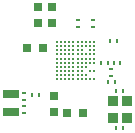
<source format=gtp>
G04*
G04 #@! TF.GenerationSoftware,Altium Limited,Altium Designer,19.0.10 (269)*
G04*
G04 Layer_Color=8421504*
%FSLAX24Y24*%
%MOIN*%
G70*
G01*
G75*
%ADD13R,0.0335X0.0374*%
%ADD14R,0.0106X0.0118*%
%ADD15R,0.0551X0.0295*%
%ADD16C,0.0079*%
%ADD17R,0.0315X0.0295*%
%ADD18R,0.0118X0.0106*%
%ADD19R,0.0295X0.0315*%
D13*
X1704Y-1350D02*
D03*
X1252D02*
D03*
Y-1921D02*
D03*
X1704D02*
D03*
D14*
X1590Y-2246D02*
D03*
X1366D02*
D03*
X1366Y-1025D02*
D03*
X1590D02*
D03*
X1089Y-721D02*
D03*
X1313D02*
D03*
X1275Y-69D02*
D03*
X1500D02*
D03*
X845Y-69D02*
D03*
X1070D02*
D03*
X1383Y639D02*
D03*
X1158D02*
D03*
X-1453Y-1130D02*
D03*
X-1228D02*
D03*
D15*
X-2132Y-1696D02*
D03*
Y-1125D02*
D03*
D16*
X-620Y620D02*
D03*
X620Y-344D02*
D03*
X482D02*
D03*
X620Y-620D02*
D03*
X-482Y620D02*
D03*
X-344D02*
D03*
X-207D02*
D03*
X-69D02*
D03*
X69D02*
D03*
X207D02*
D03*
X344D02*
D03*
X482D02*
D03*
X620D02*
D03*
X-620Y482D02*
D03*
X-482D02*
D03*
X-344D02*
D03*
X-207D02*
D03*
X-69D02*
D03*
X69D02*
D03*
X207D02*
D03*
X344D02*
D03*
X482D02*
D03*
X620D02*
D03*
X-620Y344D02*
D03*
X-482D02*
D03*
X-344D02*
D03*
X-207D02*
D03*
X-69D02*
D03*
X69D02*
D03*
X207D02*
D03*
X482D02*
D03*
X620D02*
D03*
X-620Y207D02*
D03*
X-482D02*
D03*
X-344D02*
D03*
X-207D02*
D03*
X-69D02*
D03*
X69D02*
D03*
X207D02*
D03*
X344D02*
D03*
X482D02*
D03*
X620D02*
D03*
X-620Y69D02*
D03*
X-482D02*
D03*
X-344D02*
D03*
X-207D02*
D03*
X-69D02*
D03*
X69D02*
D03*
X207D02*
D03*
X344D02*
D03*
X482D02*
D03*
X620D02*
D03*
X-620Y-69D02*
D03*
X-482D02*
D03*
X-344D02*
D03*
X-207D02*
D03*
X-69D02*
D03*
X69D02*
D03*
X207D02*
D03*
X344D02*
D03*
X482D02*
D03*
X620D02*
D03*
X-620Y-207D02*
D03*
X-482D02*
D03*
X-344D02*
D03*
X-207D02*
D03*
X-69D02*
D03*
X69D02*
D03*
X207D02*
D03*
X344D02*
D03*
X-620Y-344D02*
D03*
X-482D02*
D03*
X-344D02*
D03*
X-207D02*
D03*
X-69D02*
D03*
X69D02*
D03*
X207D02*
D03*
X-620Y-482D02*
D03*
X-482D02*
D03*
X-344D02*
D03*
X-207D02*
D03*
X-69D02*
D03*
X69D02*
D03*
X207D02*
D03*
X344D02*
D03*
X-620Y-620D02*
D03*
X-482D02*
D03*
X-344D02*
D03*
X-207D02*
D03*
X-69D02*
D03*
X69D02*
D03*
X207D02*
D03*
X344D02*
D03*
X482D02*
D03*
D17*
X-1250Y1250D02*
D03*
Y1781D02*
D03*
X-787Y1250D02*
D03*
Y1781D02*
D03*
X-727Y-1179D02*
D03*
Y-1710D02*
D03*
D18*
X-1709Y-1306D02*
D03*
Y-1082D02*
D03*
Y-1525D02*
D03*
Y-1749D02*
D03*
X600Y1352D02*
D03*
Y1128D02*
D03*
X90Y1352D02*
D03*
Y1128D02*
D03*
X1173Y-287D02*
D03*
Y-511D02*
D03*
D19*
X-276Y-1730D02*
D03*
X256D02*
D03*
X-1093Y413D02*
D03*
X-1624D02*
D03*
M02*

</source>
